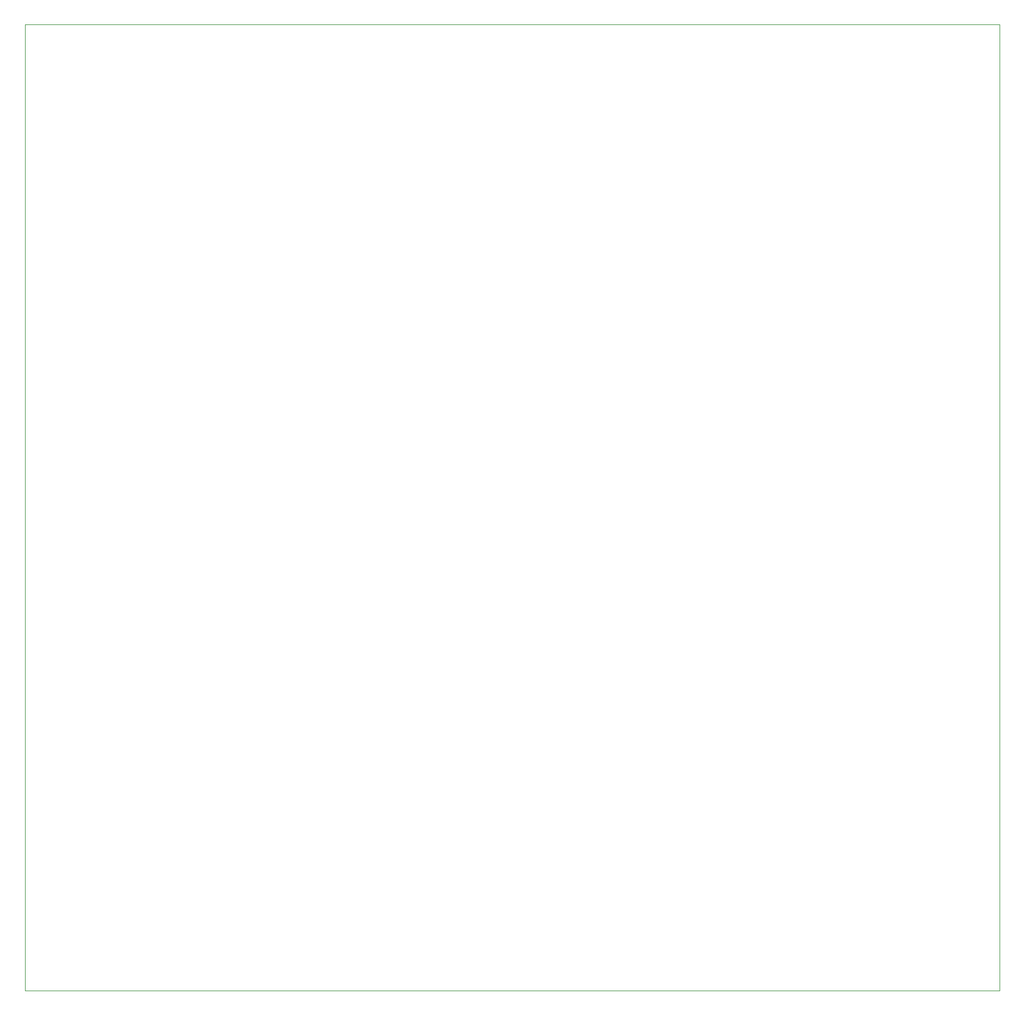
<source format=gbr>
%TF.GenerationSoftware,KiCad,Pcbnew,7.0.8*%
%TF.CreationDate,2023-12-10T21:55:32+01:00*%
%TF.ProjectId,stm_bob,73746d5f-626f-4622-9e6b-696361645f70,rev?*%
%TF.SameCoordinates,Original*%
%TF.FileFunction,Profile,NP*%
%FSLAX46Y46*%
G04 Gerber Fmt 4.6, Leading zero omitted, Abs format (unit mm)*
G04 Created by KiCad (PCBNEW 7.0.8) date 2023-12-10 21:55:32*
%MOMM*%
%LPD*%
G01*
G04 APERTURE LIST*
%TA.AperFunction,Profile*%
%ADD10C,0.100000*%
%TD*%
G04 APERTURE END LIST*
D10*
X19939000Y-30353000D02*
X161798000Y-30353000D01*
X161798000Y-171069000D01*
X19939000Y-171069000D01*
X19939000Y-30353000D01*
M02*

</source>
